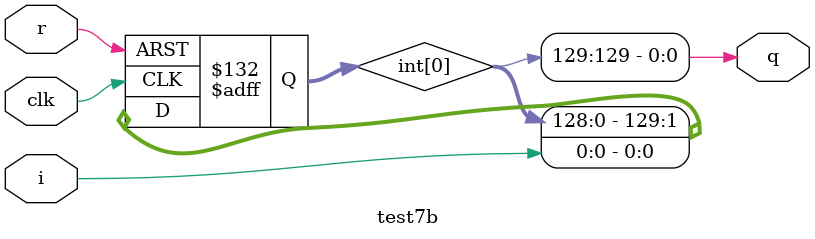
<source format=v>
module test7b #(parameter width=1, depth=130) (input clk, input [width-1:0] i, input r, output [width-1:0] q);
generate 
    reg [depth-1:0] int [width-1:0];

    genvar w, d;
    for (w = 0; w < width; w=w+1) begin
        for (d = 0; d < depth; d=d+1)
            initial int[w][d] <= ~((d+w) % 2);

        if (depth == 1) begin
            always @(negedge clk or posedge r) if (r) int[w] <= 1'b0; else int[w] <= i[w];
            assign q[w] = int[w];
        end
        else begin
            always @(negedge clk or posedge r) if (r) int[w] <= {width{1'b0}}; else int[w] <= { int[w][depth-2:0], i[w] };
            assign q[w] = int[w][depth-1];
        end
    end
endgenerate
endmodule

</source>
